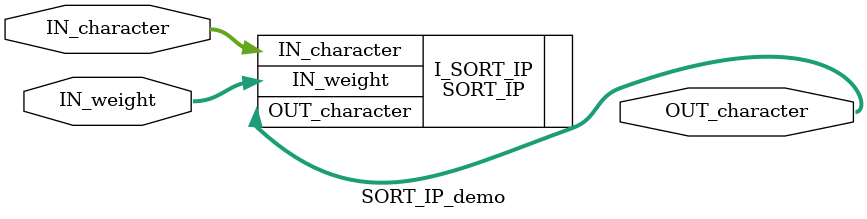
<source format=v>


`include "SORT_IP.v"

module SORT_IP_demo #(
  parameter IP_WIDTH = 8
) (
  //Input signals
  IN_character,
  IN_weight,
  //Output signals
  OUT_character
);

  // ======================================================
  // Input & Output Declaration
  // ======================================================
  input [IP_WIDTH*4-1:0] IN_character;
  input [IP_WIDTH*5-1:0] IN_weight;

  output [IP_WIDTH*4-1:0] OUT_character;

  // ======================================================
  // Soft IP
  // ======================================================
  SORT_IP #(
    .IP_WIDTH(IP_WIDTH)
  ) I_SORT_IP (
    .IN_character(IN_character),
    .IN_weight(IN_weight),
    .OUT_character(OUT_character)
  );

endmodule

</source>
